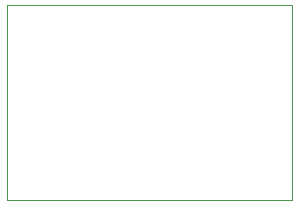
<source format=gbr>
G04 #@! TF.GenerationSoftware,KiCad,Pcbnew,(5.1.2)-2*
G04 #@! TF.CreationDate,2019-08-09T21:51:20-03:00*
G04 #@! TF.ProjectId,primeiro,7072696d-6569-4726-9f2e-6b696361645f,rev?*
G04 #@! TF.SameCoordinates,Original*
G04 #@! TF.FileFunction,Paste,Bot*
G04 #@! TF.FilePolarity,Positive*
%FSLAX46Y46*%
G04 Gerber Fmt 4.6, Leading zero omitted, Abs format (unit mm)*
G04 Created by KiCad (PCBNEW (5.1.2)-2) date 2019-08-09 21:51:20*
%MOMM*%
%LPD*%
G04 APERTURE LIST*
%ADD10C,0.050000*%
G04 APERTURE END LIST*
D10*
X134620000Y-101600000D02*
X134620000Y-85090000D01*
X158750000Y-101600000D02*
X134620000Y-101600000D01*
X158750000Y-85090000D02*
X158750000Y-101600000D01*
X134620000Y-85090000D02*
X158750000Y-85090000D01*
M02*

</source>
